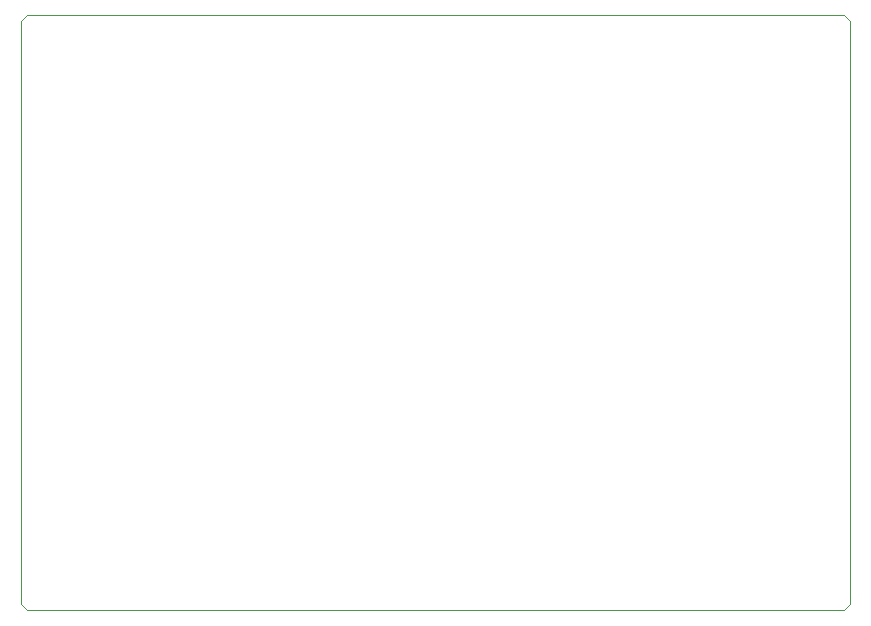
<source format=gbr>
%TF.GenerationSoftware,KiCad,Pcbnew,7.0.5-7.0.5~ubuntu22.04.1*%
%TF.CreationDate,2023-07-07T11:08:09-04:00*%
%TF.ProjectId,sub_rf_mod,7375625f-7266-45f6-9d6f-642e6b696361,rev?*%
%TF.SameCoordinates,Original*%
%TF.FileFunction,Profile,NP*%
%FSLAX46Y46*%
G04 Gerber Fmt 4.6, Leading zero omitted, Abs format (unit mm)*
G04 Created by KiCad (PCBNEW 7.0.5-7.0.5~ubuntu22.04.1) date 2023-07-07 11:08:09*
%MOMM*%
%LPD*%
G01*
G04 APERTURE LIST*
%TA.AperFunction,Profile*%
%ADD10C,0.100000*%
%TD*%
G04 APERTURE END LIST*
D10*
X171945300Y-103733600D02*
X172466000Y-103225600D01*
X102323900Y-103225600D02*
X102336600Y-53848000D01*
X102844600Y-53340000D02*
X171958000Y-53340000D01*
X102831900Y-103733600D02*
X171945300Y-103733600D01*
X102323900Y-103225600D02*
X102831900Y-103733600D01*
X102844600Y-53340000D02*
X102336600Y-53848000D01*
X171958000Y-53340000D02*
X172466000Y-53848000D01*
X172466000Y-103225600D02*
X172466000Y-53848000D01*
M02*

</source>
